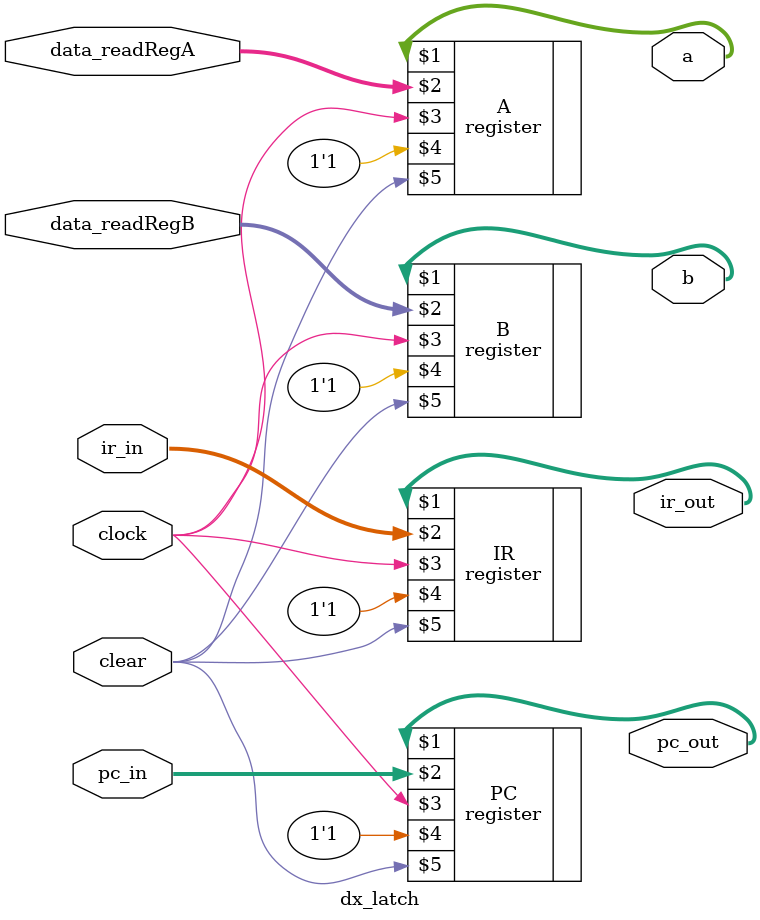
<source format=v>
module dx_latch(a, b, pc_out, ir_out, data_readRegA, data_readRegB, pc_in, ir_in, clock, clear);

    input clock, clear;
    input [31:0] pc_in, ir_in, data_readRegA, data_readRegB;
    output [31:0] pc_out, ir_out, a, b;

// module register(out, in, clk, input_1'b1able, clr);
    register PC(pc_out, pc_in, clock, 1'b1, clear);
    register IR(ir_out, ir_in, clock, 1'b1, clear);
    register A(a, data_readRegA, clock, 1'b1, clear);
    register B(b, data_readRegB, clock, 1'b1, clear);

endmodule
    // data_readRegA,                  // I: Data from port A of RegFile
    // data_readRegB                   // I: Data from port B of RegFile
</source>
